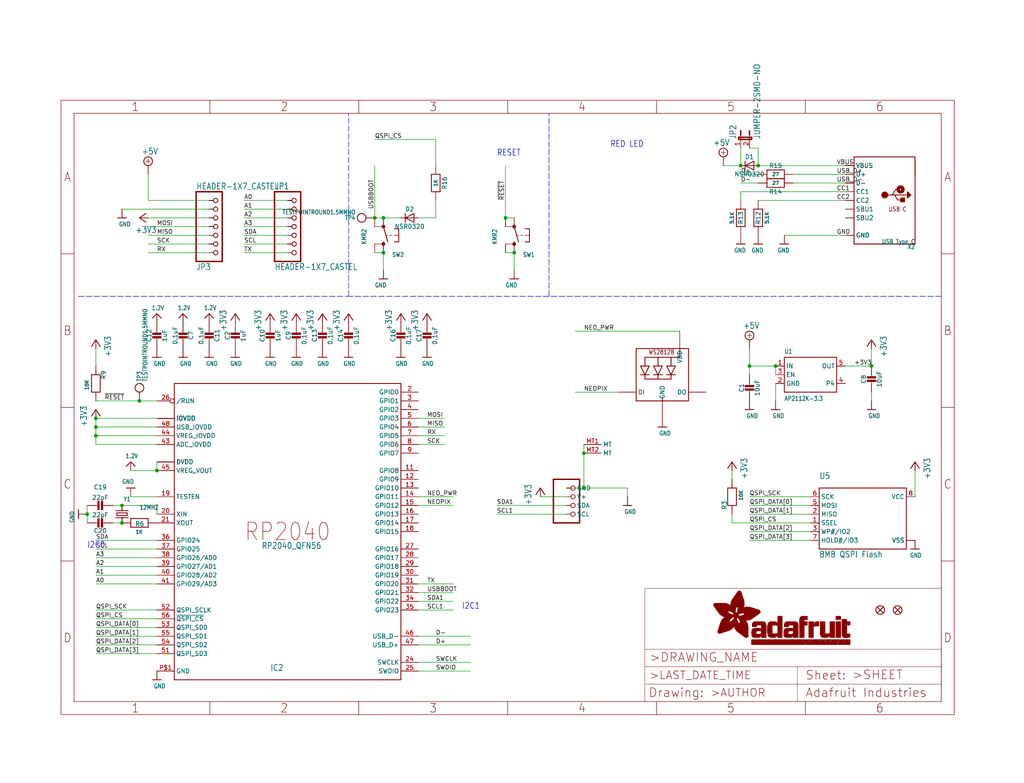
<source format=kicad_sch>
(kicad_sch (version 20211123) (generator eeschema)
  (paper "User" 298.45 228.168)
  (lib_symbols
    (symbol "eagleSchem-eagle-import:+3V3" (power)
      (property "Value" "+3V3" (at -2.54 -5.08 90))
      (symbol "+3V3_1_0"
        (pin power_in line (at 0 -2.54 90) (length 2.54) (name "+3V3") (number "1"))
      )
    )
    (symbol "eagleSchem-eagle-import:+5V" (power)
      (property "Value" "+5V" (at -1.905 3.175 0))
      (symbol "+5V_1_0"
        (pin power_in line (at 0 -2.54 90) (length 2.54) (name "+5V") (number "1"))
      )
    )
    (symbol "eagleSchem-eagle-import:1.2V" (power)
      (property "Value" "1.2V" (at -1.524 1.016 0))
      (symbol "1.2V_1_0"
        (pin power_in line (at 0 -2.54 90) (length 2.54) (name "1.2V") (number "1"))
      )
    )
    (symbol "eagleSchem-eagle-import:CAP_CERAMIC0603_NO"
      (property "Reference" "C" (at -2.29 1.25 90))
      (property "Value" "CAP_CERAMIC0603_NO" (at 2.3 1.25 90))
      (symbol "CAP_CERAMIC0603_NO_1_0"
        (pin passive line (at 0 5.08 270) (length 2.54) (name "1") (number "1"))
        (pin passive line (at 0 -2.54 90) (length 2.54) (name "2") (number "2"))
      )
    )
    (symbol "eagleSchem-eagle-import:CAP_CERAMIC0805-NOOUTLINE"
      (property "Reference" "C" (at -2.29 1.25 90))
      (property "Value" "CAP_CERAMIC0805-NOOUTLINE" (at 2.3 1.25 90))
      (symbol "CAP_CERAMIC0805-NOOUTLINE_1_0"
        (pin passive line (at 0 5.08 270) (length 2.54) (name "1") (number "1"))
        (pin passive line (at 0 -2.54 90) (length 2.54) (name "2") (number "2"))
      )
    )
    (symbol "eagleSchem-eagle-import:CAP_CERAMIC_0402NO"
      (property "Reference" "C" (at -2.29 1.25 90))
      (property "Value" "CAP_CERAMIC_0402NO" (at 2.3 1.25 90))
      (symbol "CAP_CERAMIC_0402NO_1_0"
        (pin passive line (at 0 5.08 270) (length 2.54) (name "1") (number "1"))
        (pin passive line (at 0 -2.54 90) (length 2.54) (name "2") (number "2"))
      )
    )
    (symbol "eagleSchem-eagle-import:CRYSTAL2.5X2.0"
      (property "Reference" "Y" (at -2.54 2.54 0))
      (property "Value" "CRYSTAL2.5X2.0" (at -2.54 -3.81 0))
      (symbol "CRYSTAL2.5X2.0_1_0"
        (pin passive line (at -2.54 0 0) (length 0) (name "1") (number "1"))
        (pin passive line (at 2.54 0 180) (length 0) (name "2") (number "3"))
      )
    )
    (symbol "eagleSchem-eagle-import:DIODE_SOD323MINI"
      (property "Reference" "D" (at 0 2.54 0))
      (property "Value" "DIODE_SOD323MINI" (at 0 -2.5 0))
      (symbol "DIODE_SOD323MINI_1_0"
        (pin passive line (at -2.54 0 0) (length 2.54) (name "A") (number "A"))
        (pin passive line (at 2.54 0 180) (length 2.54) (name "C") (number "C"))
      )
    )
    (symbol "eagleSchem-eagle-import:FIDUCIAL_1MM")
    (symbol "eagleSchem-eagle-import:FRAME_A4_ADAFRUIT"
      (symbol "FRAME_A4_ADAFRUIT_0_0"
        (text "1" (at 21.6958 1.905 0) (effects (font (size 2.54 2.286))))
        (text "1" (at 21.6958 177.165 0) (effects (font (size 2.54 2.286))))
        (text "2" (at 65.0875 1.905 0) (effects (font (size 2.54 2.286))))
        (text "2" (at 65.0875 177.165 0) (effects (font (size 2.54 2.286))))
        (text "3" (at 108.4792 1.905 0) (effects (font (size 2.54 2.286))))
        (text "3" (at 108.4792 177.165 0) (effects (font (size 2.54 2.286))))
        (text "4" (at 151.8708 1.905 0) (effects (font (size 2.54 2.286))))
        (text "4" (at 151.8708 177.165 0) (effects (font (size 2.54 2.286))))
        (text "5" (at 195.2625 1.905 0) (effects (font (size 2.54 2.286))))
        (text "5" (at 195.2625 177.165 0) (effects (font (size 2.54 2.286))))
        (text "6" (at 238.6542 1.905 0) (effects (font (size 2.54 2.286))))
        (text "6" (at 238.6542 177.165 0) (effects (font (size 2.54 2.286))))
        (text "A" (at 1.905 156.6863 0) (effects (font (size 2.54 2.286))))
        (text "A" (at 258.445 156.6863 0) (effects (font (size 2.54 2.286))))
        (text "B" (at 1.905 111.9188 0) (effects (font (size 2.54 2.286))))
        (text "B" (at 258.445 111.9188 0) (effects (font (size 2.54 2.286))))
        (text "C" (at 1.905 67.1513 0) (effects (font (size 2.54 2.286))))
        (text "C" (at 258.445 67.1513 0) (effects (font (size 2.54 2.286))))
        (text "D" (at 1.905 22.3838 0) (effects (font (size 2.54 2.286))))
        (text "D" (at 258.445 22.3838 0) (effects (font (size 2.54 2.286))))
      )
      (symbol "FRAME_A4_ADAFRUIT_1_0"
        (text ">AUTHOR" (at 189.23 5.08 0) (effects (font (size 2.286 2.286)) (justify left bottom)))
        (text ">DRAWING_NAME" (at 171.45 15.24 0) (effects (font (size 2.54 2.54)) (justify left bottom)))
        (text ">LAST_DATE_TIME" (at 171.45 10.16 0) (effects (font (size 2.286 2.286)) (justify left bottom)))
        (text ">SHEET" (at 230.505 10.16 0) (effects (font (size 2.54 2.54)) (justify left bottom)))
        (text "Adafruit Industries" (at 216.916 4.953 0) (effects (font (size 2.54 2.54)) (justify left bottom)))
        (text "Drawing:" (at 171.196 4.953 0) (effects (font (size 2.54 2.54)) (justify left bottom)))
        (text "Sheet:" (at 216.916 10.033 0) (effects (font (size 2.54 2.54)) (justify left bottom)))
      )
    )
    (symbol "eagleSchem-eagle-import:GND" (power)
      (property "Value" "GND" (at -1.524 -2.54 0))
      (symbol "GND_1_0"
        (pin power_in line (at 0 2.54 270) (length 2.54) (name "GND") (number "1"))
      )
    )
    (symbol "eagleSchem-eagle-import:HEADER-1X7_CASTEL"
      (property "Reference" "JP" (at -6.35 10.795 0))
      (property "Value" "HEADER-1X7_CASTEL" (at -6.35 -12.7 0))
      (symbol "HEADER-1X7_CASTEL_1_0"
        (pin passive inverted (at -2.54 7.62 0) (length 2.54) (name "1") (number "1"))
        (pin passive inverted (at -2.54 7.62 0) (length 2.54) (name "1") (number "1C"))
        (pin passive inverted (at -2.54 5.08 0) (length 2.54) (name "2") (number "2"))
        (pin passive inverted (at -2.54 5.08 0) (length 2.54) (name "2") (number "2C"))
        (pin passive inverted (at -2.54 2.54 0) (length 2.54) (name "3") (number "3"))
        (pin passive inverted (at -2.54 2.54 0) (length 2.54) (name "3") (number "3C"))
        (pin passive inverted (at -2.54 0 0) (length 2.54) (name "4") (number "4"))
        (pin passive inverted (at -2.54 0 0) (length 2.54) (name "4") (number "4C"))
        (pin passive inverted (at -2.54 -2.54 0) (length 2.54) (name "5") (number "5"))
        (pin passive inverted (at -2.54 -2.54 0) (length 2.54) (name "5") (number "5C"))
        (pin passive inverted (at -2.54 -5.08 0) (length 2.54) (name "6") (number "6"))
        (pin passive inverted (at -2.54 -5.08 0) (length 2.54) (name "6") (number "6C"))
        (pin passive inverted (at -2.54 -7.62 0) (length 2.54) (name "7") (number "7"))
        (pin passive inverted (at -2.54 -7.62 0) (length 2.54) (name "7") (number "7C"))
      )
    )
    (symbol "eagleSchem-eagle-import:JUMPER-2SMD-NO"
      (property "Reference" "JP" (at -1.27 0 90))
      (property "Value" "JUMPER-2SMD-NO" (at 5.715 0 90))
      (symbol "JUMPER-2SMD-NO_1_0"
        (pin passive line (at 0 -2.54 90) (length 2.54) (name "1") (number "1"))
        (pin passive line (at 2.54 -2.54 90) (length 2.54) (name "2") (number "2"))
      )
    )
    (symbol "eagleSchem-eagle-import:RESISTOR_0402NO"
      (property "Reference" "R" (at 0 2.54 0))
      (property "Value" "RESISTOR_0402NO" (at 0 0 0))
      (symbol "RESISTOR_0402NO_1_0"
        (pin passive line (at -5.08 0 0) (length 2.54) (name "1") (number "1"))
        (pin passive line (at 5.08 0 180) (length 2.54) (name "2") (number "2"))
      )
    )
    (symbol "eagleSchem-eagle-import:RP2040_QFN56"
      (property "Reference" "IC" (at -5.08 -40.64 0))
      (property "Value" "RP2040_QFN56" (at -27.94 45.72 0))
      (symbol "RP2040_QFN56_1_0"
        (text "RP2040" (at 0 0 0) (effects (font (size 5.08 4.318))))
        (pin power_in line (at -38.1 33.02 0) (length 5.08) (name "IOVDD") (number "1"))
        (pin power_in line (at -38.1 33.02 0) (length 5.08) (name "IOVDD") (number "10"))
        (pin bidirectional line (at 38.1 17.78 180) (length 5.08) (name "GPIO8") (number "11"))
        (pin bidirectional line (at 38.1 15.24 180) (length 5.08) (name "GPIO9") (number "12"))
        (pin bidirectional line (at 38.1 12.7 180) (length 5.08) (name "GPIO10") (number "13"))
        (pin bidirectional line (at 38.1 10.16 180) (length 5.08) (name "GPIO11") (number "14"))
        (pin bidirectional line (at 38.1 7.62 180) (length 5.08) (name "GPIO12") (number "15"))
        (pin bidirectional line (at 38.1 5.08 180) (length 5.08) (name "GPIO13") (number "16"))
        (pin bidirectional line (at 38.1 2.54 180) (length 5.08) (name "GPIO14") (number "17"))
        (pin bidirectional line (at 38.1 0 180) (length 5.08) (name "GPIO15") (number "18"))
        (pin input line (at -38.1 10.16 0) (length 5.08) (name "TESTEN") (number "19"))
        (pin bidirectional line (at 38.1 40.64 180) (length 5.08) (name "GPIO0") (number "2"))
        (pin input line (at -38.1 5.08 0) (length 5.08) (name "XIN") (number "20"))
        (pin output line (at -38.1 2.54 0) (length 5.08) (name "XOUT") (number "21"))
        (pin power_in line (at -38.1 33.02 0) (length 5.08) (name "IOVDD") (number "22"))
        (pin power_in line (at -38.1 20.32 0) (length 5.08) (name "DVDD") (number "23"))
        (pin bidirectional line (at 38.1 -38.1 180) (length 5.08) (name "SWCLK") (number "24"))
        (pin bidirectional line (at 38.1 -40.64 180) (length 5.08) (name "SWDIO") (number "25"))
        (pin bidirectional inverted (at -38.1 38.1 0) (length 5.08) (name "/RUN") (number "26"))
        (pin bidirectional line (at 38.1 -5.08 180) (length 5.08) (name "GPIO16") (number "27"))
        (pin bidirectional line (at 38.1 -7.62 180) (length 5.08) (name "GPIO17") (number "28"))
        (pin bidirectional line (at 38.1 -10.16 180) (length 5.08) (name "GPIO18") (number "29"))
        (pin bidirectional line (at 38.1 38.1 180) (length 5.08) (name "GPIO1") (number "3"))
        (pin bidirectional line (at 38.1 -12.7 180) (length 5.08) (name "GPIO19") (number "30"))
        (pin bidirectional line (at 38.1 -15.24 180) (length 5.08) (name "GPIO20") (number "31"))
        (pin bidirectional line (at 38.1 -17.78 180) (length 5.08) (name "GPIO21") (number "32"))
        (pin power_in line (at -38.1 33.02 0) (length 5.08) (name "IOVDD") (number "33"))
        (pin bidirectional line (at 38.1 -20.32 180) (length 5.08) (name "GPIO22") (number "34"))
        (pin bidirectional line (at 38.1 -22.86 180) (length 5.08) (name "GPIO23") (number "35"))
        (pin bidirectional line (at -38.1 -2.54 0) (length 5.08) (name "GPIO24") (number "36"))
        (pin bidirectional line (at -38.1 -5.08 0) (length 5.08) (name "GPIO25") (number "37"))
        (pin bidirectional line (at -38.1 -7.62 0) (length 5.08) (name "GPIO26/AD0") (number "38"))
        (pin bidirectional line (at -38.1 -10.16 0) (length 5.08) (name "GPIO27/AD1") (number "39"))
        (pin bidirectional line (at 38.1 35.56 180) (length 5.08) (name "GPIO2") (number "4"))
        (pin bidirectional line (at -38.1 -12.7 0) (length 5.08) (name "GPIO28/AD2") (number "40"))
        (pin bidirectional line (at -38.1 -15.24 0) (length 5.08) (name "GPIO29/AD3") (number "41"))
        (pin power_in line (at -38.1 33.02 0) (length 5.08) (name "IOVDD") (number "42"))
        (pin power_in line (at -38.1 25.4 0) (length 5.08) (name "ADC_IOVDD") (number "43"))
        (pin power_in line (at -38.1 27.94 0) (length 5.08) (name "VREG_IOVDD") (number "44"))
        (pin power_in line (at -38.1 17.78 0) (length 5.08) (name "VREG_VOUT") (number "45"))
        (pin bidirectional line (at 38.1 -30.48 180) (length 5.08) (name "USB_D-") (number "46"))
        (pin bidirectional line (at 38.1 -33.02 180) (length 5.08) (name "USB_D+") (number "47"))
        (pin power_in line (at -38.1 30.48 0) (length 5.08) (name "USB_IOVDD") (number "48"))
        (pin power_in line (at -38.1 33.02 0) (length 5.08) (name "IOVDD") (number "49"))
        (pin bidirectional line (at 38.1 33.02 180) (length 5.08) (name "GPIO3") (number "5"))
        (pin power_in line (at -38.1 20.32 0) (length 5.08) (name "DVDD") (number "50"))
        (pin bidirectional line (at -38.1 -35.56 0) (length 5.08) (name "QSPI_SD3") (number "51"))
        (pin bidirectional line (at -38.1 -22.86 0) (length 5.08) (name "QSPI_SCLK") (number "52"))
        (pin bidirectional line (at -38.1 -27.94 0) (length 5.08) (name "QSPI_SD0") (number "53"))
        (pin bidirectional line (at -38.1 -33.02 0) (length 5.08) (name "QSPI_SD2") (number "54"))
        (pin bidirectional line (at -38.1 -30.48 0) (length 5.08) (name "QSPI_SD1") (number "55"))
        (pin bidirectional line (at -38.1 -25.4 0) (length 5.08) (name "~{QSPI_CS}") (number "56"))
        (pin bidirectional line (at 38.1 30.48 180) (length 5.08) (name "GPIO4") (number "6"))
        (pin bidirectional line (at 38.1 27.94 180) (length 5.08) (name "GPIO5") (number "7"))
        (pin bidirectional line (at 38.1 25.4 180) (length 5.08) (name "GPIO6") (number "8"))
        (pin bidirectional line (at 38.1 22.86 180) (length 5.08) (name "GPIO7") (number "9"))
        (pin power_in line (at -38.1 -40.64 0) (length 5.08) (name "GND") (number "P$1"))
      )
    )
    (symbol "eagleSchem-eagle-import:SPIFLASH_8PIN_4X4"
      (property "Reference" "U" (at -12.7 12.7 0))
      (property "Value" "SPIFLASH_8PIN_4X4" (at -12.7 -10.16 0))
      (symbol "SPIFLASH_8PIN_4X4_1_0"
        (pin bidirectional line (at -15.24 0 0) (length 2.54) (name "SSEL") (number "1"))
        (pin bidirectional line (at -15.24 2.54 0) (length 2.54) (name "MISO") (number "2"))
        (pin bidirectional line (at -15.24 -2.54 0) (length 2.54) (name "WP#/IO2") (number "3"))
        (pin bidirectional line (at 15.24 -5.08 180) (length 2.54) (name "VSS") (number "4"))
        (pin bidirectional line (at -15.24 5.08 0) (length 2.54) (name "MOSI") (number "5"))
        (pin bidirectional line (at -15.24 7.62 0) (length 2.54) (name "SCK") (number "6"))
        (pin bidirectional line (at -15.24 -5.08 0) (length 2.54) (name "HOLD#/IO3") (number "7"))
        (pin bidirectional line (at 15.24 7.62 180) (length 2.54) (name "VCC") (number "8"))
        (pin bidirectional line (at 15.24 -5.08 180) (length 2.54) (name "VSS") (number "PAD"))
      )
    )
    (symbol "eagleSchem-eagle-import:STEMMA_I2C_QTSKINNY"
      (symbol "STEMMA_I2C_QTSKINNY_1_0"
        (pin passive inverted (at 0 5.08 0) (length 2.54) (name "GND") (number "1"))
        (pin passive inverted (at 0 2.54 0) (length 2.54) (name "V+") (number "2"))
        (pin passive inverted (at 0 0 0) (length 2.54) (name "SDA") (number "3"))
        (pin passive inverted (at 0 -2.54 0) (length 2.54) (name "SCL") (number "4"))
      )
      (symbol "STEMMA_I2C_QTSKINNY_2_0"
        (pin bidirectional line (at 0 0 0) (length 5.08) (name "MT") (number "MT1"))
      )
      (symbol "STEMMA_I2C_QTSKINNY_3_0"
        (pin bidirectional line (at 0 0 0) (length 5.08) (name "MT") (number "MT2"))
      )
    )
    (symbol "eagleSchem-eagle-import:SWITCH_TACT_SMT4.6X2.8"
      (property "Reference" "SW" (at -2.54 6.35 0))
      (property "Value" "SWITCH_TACT_SMT4.6X2.8" (at -2.54 -5.08 0))
      (symbol "SWITCH_TACT_SMT4.6X2.8_1_0"
        (pin passive line (at -5.08 0 0) (length 2.54) (name "P") (number "A"))
        (pin passive line (at -5.08 -2.54 0) (length 2.54) (name "P1") (number "A'"))
        (pin passive line (at 5.08 0 180) (length 2.54) (name "S") (number "B"))
        (pin passive line (at 5.08 -2.54 180) (length 2.54) (name "S1") (number "B'"))
      )
    )
    (symbol "eagleSchem-eagle-import:TESTPOINTROUND1.5MMNO"
      (property "Reference" "TP" (at 0 5.588 90))
      (property "Value" "TESTPOINTROUND1.5MMNO" (at 1.651 5.588 90))
      (symbol "TESTPOINTROUND1.5MMNO_1_0"
        (pin bidirectional line (at 0 0 90) (length 2.54) (name "P$1") (number "P$1"))
      )
    )
    (symbol "eagleSchem-eagle-import:USB_C"
      (property "Reference" "X" (at -10.16 13.716 0))
      (property "Value" "USB_C" (at -10.16 -15.24 0))
      (symbol "USB_C_1_0"
        (text "USB C" (at -5.08 -2.54 0) (effects (font (size 1.27 1.0795))))
        (pin power_in line (at 10.16 -10.16 180) (length 2.54) (name "GND") (number "A1B12"))
        (pin power_in line (at 10.16 10.16 180) (length 2.54) (name "VBUS") (number "A4B9"))
        (pin bidirectional line (at 10.16 2.54 180) (length 2.54) (name "CC1") (number "A5"))
        (pin bidirectional line (at 10.16 7.62 180) (length 2.54) (name "D+") (number "A6"))
        (pin bidirectional line (at 10.16 5.08 180) (length 2.54) (name "D-") (number "A7"))
        (pin bidirectional line (at 10.16 -2.54 180) (length 2.54) (name "SBU1") (number "A8"))
        (pin power_in line (at 10.16 -10.16 180) (length 2.54) (name "GND") (number "B1A12"))
        (pin power_in line (at 10.16 10.16 180) (length 2.54) (name "VBUS") (number "B4A9"))
        (pin bidirectional line (at 10.16 0 180) (length 2.54) (name "CC2") (number "B5"))
        (pin bidirectional line (at 10.16 7.62 180) (length 2.54) (name "D+") (number "B6"))
        (pin bidirectional line (at 10.16 5.08 180) (length 2.54) (name "D-") (number "B7"))
        (pin bidirectional line (at 10.16 -5.08 180) (length 2.54) (name "SBU2") (number "B8"))
      )
    )
    (symbol "eagleSchem-eagle-import:VREG_SOT23-5"
      (property "Reference" "U" (at -7.62 6.096 0))
      (property "Value" "VREG_SOT23-5" (at -7.62 -7.62 0))
      (symbol "VREG_SOT23-5_1_0"
        (pin power_in line (at -10.16 2.54 0) (length 2.54) (name "IN") (number "1"))
        (pin power_in line (at -10.16 -2.54 0) (length 2.54) (name "GND") (number "2"))
        (pin input line (at -10.16 0 0) (length 2.54) (name "EN") (number "3"))
        (pin bidirectional line (at 10.16 -2.54 180) (length 2.54) (name "P4") (number "4"))
        (pin power_in line (at 10.16 2.54 180) (length 2.54) (name "OUT") (number "5"))
      )
    )
    (symbol "eagleSchem-eagle-import:WS2812B_SK6805_1515"
      (symbol "WS2812B_SK6805_1515_1_0"
        (text "WS2812B" (at -4.064 8.382 0) (effects (font (size 1.27 1.0795)) (justify left bottom)))
        (pin input line (at -12.7 -2.54 0) (length 5.08) (name "DI") (number "1"))
        (pin power_in line (at 5.08 15.24 270) (length 5.08) (name "VDD") (number "2"))
        (pin output line (at 12.7 -2.54 180) (length 5.08) (name "DO") (number "3"))
        (pin power_in line (at 0 -10.16 90) (length 5.08) (name "GND") (number "4"))
      )
    )
  )
  (junction (at 147.32 63.5))
  (junction (at 25.4 149.86))
  (junction (at 27.94 127))
  (junction (at 170.18 132.08))
  (junction (at 226.06 106.68))
  (junction (at 220.98 48.26))
  (junction (at 218.44 106.68))
  (junction (at 215.9 48.26))
  (junction (at 27.94 124.46))
  (junction (at 35.56 147.32))
  (junction (at 45.72 137.16))
  (junction (at 170.18 142.24))
  (junction (at 109.22 63.5))
  (junction (at 149.86 73.66))
  (junction (at 254 106.68))
  (junction (at 111.76 63.5))
  (junction (at 40.64 116.84))
  (junction (at 35.56 152.4))
  (junction (at 27.94 121.92))
  (junction (at 111.76 73.66))
  (wire (pts (xy 71.12 68.58) (xy 83.82 68.58)))
  (wire (pts (xy 246.38 58.42) (xy 220.98 58.42)))
  (wire (pts (xy 83.82 71.12) (xy 71.12 71.12)))
  (wire (pts (xy 60.96 71.12) (xy 43.18 71.12)))
  (wire (pts (xy 109.22 63.5) (xy 109.22 48.26)))
  (wire (pts (xy 121.92 175.26) (xy 132.08 175.26)))
  (wire (pts (xy 121.92 121.92) (xy 129.54 121.92)))
  (wire (pts (xy 25.4 149.86) (xy 25.4 147.32)))
  (wire (pts (xy 215.9 53.34) (xy 220.98 53.34)))
  (wire (pts (xy 218.44 101.6) (xy 218.44 106.68)))
  (wire (pts (xy 213.36 152.4) (xy 236.22 152.4)))
  (wire (pts (xy 33.02 152.4) (xy 35.56 152.4)))
  (wire (pts (xy 218.44 43.18) (xy 220.98 43.18)))
  (wire (pts (xy 27.94 182.88) (xy 45.72 182.88)))
  (wire (pts (xy 45.72 180.34) (xy 27.94 180.34)))
  (wire (pts (xy 27.94 165.1) (xy 45.72 165.1)))
  (wire (pts (xy 27.94 187.96) (xy 45.72 187.96)))
  (wire (pts (xy 60.96 73.66) (xy 43.18 73.66)))
  (wire (pts (xy 218.44 106.68) (xy 226.06 106.68)))
  (polyline (pts (xy 22.86 86.36) (xy 101.6 86.36)))
  (wire (pts (xy 27.94 170.18) (xy 45.72 170.18)))
  (wire (pts (xy 231.14 53.34) (xy 246.38 53.34)))
  (wire (pts (xy 127 40.64) (xy 109.22 40.64)))
  (wire (pts (xy 27.94 185.42) (xy 45.72 185.42)))
  (wire (pts (xy 60.96 68.58) (xy 43.18 68.58)))
  (wire (pts (xy 27.94 190.5) (xy 45.72 190.5)))
  (wire (pts (xy 213.36 137.16) (xy 213.36 139.7)))
  (wire (pts (xy 149.86 73.66) (xy 149.86 78.74)))
  (wire (pts (xy 27.94 129.54) (xy 27.94 127)))
  (wire (pts (xy 25.4 152.4) (xy 25.4 149.86)))
  (wire (pts (xy 218.44 109.22) (xy 218.44 106.68)))
  (wire (pts (xy 27.94 160.02) (xy 45.72 160.02)))
  (wire (pts (xy 246.38 55.88) (xy 215.9 55.88)))
  (wire (pts (xy 213.36 149.86) (xy 213.36 152.4)))
  (wire (pts (xy 45.72 147.32) (xy 45.72 149.86)))
  (wire (pts (xy 60.96 58.42) (xy 43.18 58.42)))
  (wire (pts (xy 254 101.6) (xy 254 106.68)))
  (wire (pts (xy 266.7 137.16) (xy 266.7 144.78)))
  (wire (pts (xy 198.12 96.52) (xy 167.64 96.52)))
  (wire (pts (xy 45.72 134.62) (xy 45.72 137.16)))
  (wire (pts (xy 45.72 144.78) (xy 38.1 144.78)))
  (wire (pts (xy 236.22 154.94) (xy 218.44 154.94)))
  (wire (pts (xy 165.1 149.86) (xy 144.78 149.86)))
  (wire (pts (xy 45.72 177.8) (xy 27.94 177.8)))
  (wire (pts (xy 40.64 116.84) (xy 27.94 116.84)))
  (wire (pts (xy 170.18 129.54) (xy 170.18 132.08)))
  (wire (pts (xy 220.98 43.18) (xy 220.98 48.26)))
  (wire (pts (xy 121.92 170.18) (xy 132.08 170.18)))
  (wire (pts (xy 236.22 144.78) (xy 218.44 144.78)))
  (wire (pts (xy 109.22 73.66) (xy 111.76 73.66)))
  (wire (pts (xy 165.1 147.32) (xy 144.78 147.32)))
  (wire (pts (xy 71.12 63.5) (xy 83.82 63.5)))
  (wire (pts (xy 254 116.84) (xy 254 114.3)))
  (wire (pts (xy 165.1 144.78) (xy 157.48 144.78)))
  (wire (pts (xy 246.38 106.68) (xy 254 106.68)))
  (wire (pts (xy 121.92 144.78) (xy 132.08 144.78)))
  (wire (pts (xy 27.94 124.46) (xy 27.94 121.92)))
  (wire (pts (xy 83.82 73.66) (xy 71.12 73.66)))
  (wire (pts (xy 121.92 129.54) (xy 129.54 129.54)))
  (wire (pts (xy 121.92 124.46) (xy 129.54 124.46)))
  (wire (pts (xy 121.92 63.5) (xy 127 63.5)))
  (wire (pts (xy 45.72 167.64) (xy 27.94 167.64)))
  (wire (pts (xy 180.34 114.3) (xy 167.64 114.3)))
  (wire (pts (xy 228.6 68.58) (xy 246.38 68.58)))
  (wire (pts (xy 236.22 149.86) (xy 218.44 149.86)))
  (wire (pts (xy 111.76 63.5) (xy 116.84 63.5)))
  (wire (pts (xy 218.44 147.32) (xy 236.22 147.32)))
  (wire (pts (xy 60.96 60.96) (xy 35.56 60.96)))
  (wire (pts (xy 121.92 127) (xy 129.54 127)))
  (polyline (pts (xy 274.32 86.36) (xy 160.02 86.36)))
  (polyline (pts (xy 160.02 86.36) (xy 101.6 86.36)))
  (wire (pts (xy 137.16 193.04) (xy 121.92 193.04)))
  (wire (pts (xy 71.12 58.42) (xy 83.82 58.42)))
  (wire (pts (xy 127 48.26) (xy 127 40.64)))
  (wire (pts (xy 27.94 101.6) (xy 27.94 106.68)))
  (wire (pts (xy 111.76 63.5) (xy 109.22 63.5)))
  (wire (pts (xy 132.08 177.8) (xy 121.92 177.8)))
  (wire (pts (xy 45.72 116.84) (xy 40.64 116.84)))
  (wire (pts (xy 170.18 132.08) (xy 170.18 142.24)))
  (wire (pts (xy 121.92 185.42) (xy 137.16 185.42)))
  (wire (pts (xy 27.94 127) (xy 27.94 124.46)))
  (wire (pts (xy 121.92 195.58) (xy 137.16 195.58)))
  (polyline (pts (xy 101.6 86.36) (xy 101.6 33.02)))
  (wire (pts (xy 218.44 157.48) (xy 236.22 157.48)))
  (wire (pts (xy 149.86 63.5) (xy 147.32 63.5)))
  (wire (pts (xy 35.56 147.32) (xy 33.02 147.32)))
  (wire (pts (xy 111.76 73.66) (xy 111.76 78.74)))
  (wire (pts (xy 45.72 121.92) (xy 27.94 121.92)))
  (wire (pts (xy 35.56 147.32) (xy 45.72 147.32)))
  (wire (pts (xy 60.96 63.5) (xy 43.18 63.5)))
  (wire (pts (xy 127 63.5) (xy 127 58.42)))
  (wire (pts (xy 215.9 48.26) (xy 210.82 48.26)))
  (wire (pts (xy 220.98 50.8) (xy 215.9 50.8)))
  (wire (pts (xy 182.88 142.24) (xy 182.88 144.78)))
  (wire (pts (xy 226.06 111.76) (xy 226.06 116.84)))
  (wire (pts (xy 121.92 187.96) (xy 137.16 187.96)))
  (wire (pts (xy 147.32 73.66) (xy 149.86 73.66)))
  (wire (pts (xy 45.72 162.56) (xy 27.94 162.56)))
  (wire (pts (xy 83.82 60.96) (xy 71.12 60.96)))
  (wire (pts (xy 45.72 124.46) (xy 27.94 124.46)))
  (wire (pts (xy 226.06 109.22) (xy 226.06 106.68)))
  (wire (pts (xy 165.1 142.24) (xy 170.18 142.24)))
  (wire (pts (xy 60.96 66.04) (xy 43.18 66.04)))
  (wire (pts (xy 45.72 129.54) (xy 27.94 129.54)))
  (wire (pts (xy 121.92 172.72) (xy 132.08 172.72)))
  (wire (pts (xy 83.82 66.04) (xy 71.12 66.04)))
  (wire (pts (xy 147.32 63.5) (xy 147.32 48.26)))
  (wire (pts (xy 43.18 58.42) (xy 43.18 50.8)))
  (wire (pts (xy 45.72 127) (xy 27.94 127)))
  (wire (pts (xy 170.18 142.24) (xy 182.88 142.24)))
  (polyline (pts (xy 160.02 86.36) (xy 160.02 33.02)))
  (wire (pts (xy 38.1 137.16) (xy 45.72 137.16)))
  (wire (pts (xy 246.38 50.8) (xy 231.14 50.8)))
  (wire (pts (xy 215.9 48.26) (xy 215.9 43.18)))
  (wire (pts (xy 45.72 157.48) (xy 27.94 157.48)))
  (wire (pts (xy 121.92 147.32) (xy 132.08 147.32)))
  (wire (pts (xy 220.98 48.26) (xy 246.38 48.26)))
  (wire (pts (xy 215.9 55.88) (xy 215.9 58.42)))
  (text "RED LED" (at 177.8 43.18 180) (effects (font (size 1.778 1.5113)) (justify left bottom)))
  (text "RESET" (at 144.78 45.72 180) (effects (font (size 1.778 1.5113)) (justify left bottom)))
  (text "I2C1" (at 134.62 177.8 180) (effects (font (size 1.778 1.5113)) (justify left bottom)))
  (text "I2C0" (at 25.4 160.02 180) (effects (font (size 1.778 1.5113)) (justify left bottom)))
  (label "USBBOOT" (at 109.22 60.96 90) (effects (font (size 1.2446 1.2446))))
  (label "D+" (at 215.9 50.8 0) (effects (font (size 1.2446 1.2446))))
  (label "MISO" (at 45.72 68.58 0) (effects (font (size 1.2446 1.2446))))
  (label "NEO_PWR" (at 170.18 96.52 0) (effects (font (size 1.2446 1.2446))))
  (label "SCK" (at 124.46 129.54 0) (effects (font (size 1.2446 1.2446))))
  (label "QSPI_DATA[1]" (at 27.94 185.42 0) (effects (font (size 1.2446 1.2446))))
  (label "A3" (at 27.94 162.56 0) (effects (font (size 1.2446 1.2446))))
  (label "QSPI_CS" (at 109.22 40.64 0) (effects (font (size 1.2446 1.2446))))
  (label "TX" (at 124.46 170.18 0) (effects (font (size 1.2446 1.2446))))
  (label "QSPI_DATA[1]" (at 218.44 149.86 0) (effects (font (size 1.2446 1.2446))))
  (label "SCL" (at 27.94 160.02 0) (effects (font (size 1.2446 1.2446))))
  (label "MOSI" (at 124.46 121.92 0) (effects (font (size 1.2446 1.2446))))
  (label "VBUS" (at 243.84 48.26 0) (effects (font (size 1.2446 1.2446))))
  (label "NEO_PWR" (at 124.46 144.78 0) (effects (font (size 1.2446 1.2446))))
  (label "SCL" (at 71.12 71.12 0) (effects (font (size 1.2446 1.2446))))
  (label "QSPI_DATA[2]" (at 218.44 154.94 0) (effects (font (size 1.2446 1.2446))))
  (label "A1" (at 71.12 60.96 0) (effects (font (size 1.2446 1.2446))))
  (label "A0" (at 27.94 170.18 0) (effects (font (size 1.2446 1.2446))))
  (label "SWCLK" (at 127 193.04 0) (effects (font (size 1.2446 1.2446))))
  (label "QSPI_DATA[0]" (at 218.44 147.32 0) (effects (font (size 1.2446 1.2446))))
  (label "A2" (at 27.94 165.1 0) (effects (font (size 1.2446 1.2446))))
  (label "A3" (at 71.12 66.04 0) (effects (font (size 1.2446 1.2446))))
  (label "TX" (at 71.12 73.66 0) (effects (font (size 1.2446 1.2446))))
  (label "~{RESET}" (at 147.32 58.42 90) (effects (font (size 1.2446 1.2446))))
  (label "MISO" (at 124.46 124.46 0) (effects (font (size 1.2446 1.2446))))
  (label "USB_D+" (at 243.84 50.8 0) (effects (font (size 1.2446 1.2446))))
  (label "D-" (at 215.9 53.34 0) (effects (font (size 1.2446 1.2446))))
  (label "QSPI_CS" (at 27.94 180.34 0) (effects (font (size 1.2446 1.2446))))
  (label "SDA1" (at 124.46 175.26 0) (effects (font (size 1.2446 1.2446))))
  (label "+3V3" (at 248.92 106.68 0) (effects (font (size 1.2446 1.2446))))
  (label "A0" (at 71.12 58.42 0) (effects (font (size 1.2446 1.2446))))
  (label "QSPI_DATA[0]" (at 27.94 182.88 0) (effects (font (size 1.2446 1.2446))))
  (label "SCL1" (at 144.78 149.86 0) (effects (font (size 1.2446 1.2446))))
  (label "MOSI" (at 45.72 66.04 0) (effects (font (size 1.2446 1.2446))))
  (label "SCK" (at 45.72 71.12 0) (effects (font (size 1.2446 1.2446))))
  (label "SDA1" (at 144.78 147.32 0) (effects (font (size 1.2446 1.2446))))
  (label "NEOPIX" (at 124.46 147.32 0) (effects (font (size 1.2446 1.2446))))
  (label "D+" (at 127 187.96 0) (effects (font (size 1.2446 1.2446))))
  (label "USBBOOT" (at 124.46 172.72 0) (effects (font (size 1.2446 1.2446))))
  (label "~{RESET}" (at 30.48 116.84 0) (effects (font (size 1.2446 1.2446))))
  (label "USB_D-" (at 243.84 53.34 0) (effects (font (size 1.2446 1.2446))))
  (label "RX" (at 45.72 73.66 0) (effects (font (size 1.2446 1.2446))))
  (label "CC1" (at 243.84 55.88 0) (effects (font (size 1.2446 1.2446))))
  (label "QSPI_SCK" (at 218.44 144.78 0) (effects (font (size 1.2446 1.2446))))
  (label "D-" (at 127 185.42 0) (effects (font (size 1.2446 1.2446))))
  (label "QSPI_CS" (at 218.44 152.4 0) (effects (font (size 1.2446 1.2446))))
  (label "RX" (at 124.46 127 0) (effects (font (size 1.2446 1.2446))))
  (label "QSPI_DATA[3]" (at 218.44 157.48 0) (effects (font (size 1.2446 1.2446))))
  (label "GND" (at 243.84 68.58 0) (effects (font (size 1.2446 1.2446))))
  (label "QSPI_DATA[2]" (at 27.94 187.96 0) (effects (font (size 1.2446 1.2446))))
  (label "SCL1" (at 124.46 177.8 0) (effects (font (size 1.2446 1.2446))))
  (label "SDA" (at 71.12 68.58 0) (effects (font (size 1.2446 1.2446))))
  (label "CC2" (at 243.84 58.42 0) (effects (font (size 1.2446 1.2446))))
  (label "NEOPIX" (at 170.18 114.3 0) (effects (font (size 1.2446 1.2446))))
  (label "A1" (at 27.94 167.64 0) (effects (font (size 1.2446 1.2446))))
  (label "QSPI_DATA[3]" (at 27.94 190.5 0) (effects (font (size 1.2446 1.2446))))
  (label "SDA" (at 27.94 157.48 0) (effects (font (size 1.2446 1.2446))))
  (label "QSPI_SCK" (at 27.94 177.8 0) (effects (font (size 1.2446 1.2446))))
  (label "SWDIO" (at 127 195.58 0) (effects (font (size 1.2446 1.2446))))
  (label "A2" (at 71.12 63.5 0) (effects (font (size 1.2446 1.2446))))
  (symbol (lib_id "eagleSchem-eagle-import:+3V3") (at 78.74 91.44 0) (unit 1)
    (property "Reference" "#+3V10" (effects hide))
    (property "Value" "+3V3" (at 76.2 96.52 90) (effects (font (size 1.778 1.5113)) (justify left bottom)))
    (property "Footprint" "eagleSchem:" (effects hide))
  )
  (symbol (lib_id "eagleSchem-eagle-import:GND") (at 101.6 104.14 0) (unit 1)
    (property "Reference" "#U$50" (effects hide))
    (property "Value" "GND" (at 100.076 106.68 0) (effects (font (size 1.27 1.0795)) (justify left bottom)))
    (property "Footprint" "eagleSchem:" (effects hide))
  )
  (symbol (lib_id "eagleSchem-eagle-import:+3V3") (at 27.94 119.38 0) (unit 1)
    (property "Reference" "#+3V6" (effects hide))
    (property "Value" "+3V3" (at 25.4 124.46 90) (effects (font (size 1.778 1.5113)) (justify left bottom)))
    (property "Footprint" "eagleSchem:" (effects hide))
  )
  (symbol (lib_id "eagleSchem-eagle-import:GND") (at 124.46 104.14 0) (unit 1)
    (property "Reference" "#U$53" (effects hide))
    (property "Value" "GND" (at 122.936 106.68 0) (effects (font (size 1.27 1.0795)) (justify left bottom)))
    (property "Footprint" "eagleSchem:" (effects hide))
  )
  (symbol (lib_id "eagleSchem-eagle-import:+3V3") (at 68.58 91.44 0) (unit 1)
    (property "Reference" "#+3V7" (effects hide))
    (property "Value" "+3V3" (at 66.04 96.52 90) (effects (font (size 1.778 1.5113)) (justify left bottom)))
    (property "Footprint" "eagleSchem:" (effects hide))
  )
  (symbol (lib_id "eagleSchem-eagle-import:USB_C") (at 256.54 58.42 0) (mirror y) (unit 1)
    (property "Reference" "X2" (at 266.7 72.644 0) (effects (font (size 1.27 1.0795)) (justify left bottom)))
    (property "Value" "USB Type C" (at 266.7 71.12 0) (effects (font (size 1.27 1.0795)) (justify left bottom)))
    (property "Footprint" "eagleSchem:USB_C_CUSB31-CFM2AX-01-X" (effects hide))
  )
  (symbol (lib_id "eagleSchem-eagle-import:+3V3") (at 116.84 91.44 0) (unit 1)
    (property "Reference" "#+3V15" (effects hide))
    (property "Value" "+3V3" (at 114.3 96.52 90) (effects (font (size 1.778 1.5113)) (justify left bottom)))
    (property "Footprint" "eagleSchem:" (effects hide))
  )
  (symbol (lib_id "eagleSchem-eagle-import:+3V3") (at 213.36 134.62 0) (mirror y) (unit 1)
    (property "Reference" "#+3V8" (effects hide))
    (property "Value" "+3V3" (at 215.9 139.7 90) (effects (font (size 1.778 1.5113)) (justify left bottom)))
    (property "Footprint" "eagleSchem:" (effects hide))
  )
  (symbol (lib_id "eagleSchem-eagle-import:CRYSTAL2.5X2.0") (at 35.56 149.86 90) (unit 1)
    (property "Reference" "Y1" (at 38.1 144.78 90) (effects (font (size 1.27 1.0795)) (justify left bottom)))
    (property "Value" "12MHZ" (at 40.64 148.59 90) (effects (font (size 1.27 1.0795)) (justify right top)))
    (property "Footprint" "eagleSchem:CRYSTAL_2.5X2" (effects hide))
  )
  (symbol (lib_id "eagleSchem-eagle-import:GND") (at 53.34 104.14 0) (mirror y) (unit 1)
    (property "Reference" "#GND19" (effects hide))
    (property "Value" "GND" (at 55.88 106.68 0) (effects (font (size 1.27 1.0795)) (justify left bottom)))
    (property "Footprint" "eagleSchem:" (effects hide))
  )
  (symbol (lib_id "eagleSchem-eagle-import:RESISTOR_0402NO") (at 226.06 50.8 0) (mirror y) (unit 1)
    (property "Reference" "R15" (at 226.06 48.26 0))
    (property "Value" "27" (at 226.06 50.8 0) (effects (font (size 1.016 1.016) bold)))
    (property "Footprint" "eagleSchem:_0402NO" (effects hide))
  )
  (symbol (lib_id "eagleSchem-eagle-import:+5V") (at 218.44 99.06 0) (unit 1)
    (property "Reference" "#SUPPLY1" (effects hide))
    (property "Value" "+5V" (at 216.535 95.885 0) (effects (font (size 1.778 1.5113)) (justify left bottom)))
    (property "Footprint" "eagleSchem:" (effects hide))
  )
  (symbol (lib_id "eagleSchem-eagle-import:CAP_CERAMIC0603_NO") (at 78.74 99.06 0) (unit 1)
    (property "Reference" "C10" (at 76.45 97.81 90))
    (property "Value" "1uF" (at 81.04 97.81 90))
    (property "Footprint" "eagleSchem:0603-NO" (effects hide))
  )
  (symbol (lib_id "eagleSchem-eagle-import:SPIFLASH_8PIN_4X4") (at 251.46 152.4 0) (unit 1)
    (property "Reference" "U5" (at 238.76 139.7 0) (effects (font (size 1.778 1.5113)) (justify left bottom)))
    (property "Value" "8MB QSPI Flash" (at 238.76 162.56 0) (effects (font (size 1.778 1.5113)) (justify left bottom)))
    (property "Footprint" "eagleSchem:USON8_4X4" (effects hide))
  )
  (symbol (lib_id "eagleSchem-eagle-import:+3V3") (at 124.46 91.44 0) (unit 1)
    (property "Reference" "#+3V16" (effects hide))
    (property "Value" "+3V3" (at 121.92 96.52 90) (effects (font (size 1.778 1.5113)) (justify left bottom)))
    (property "Footprint" "eagleSchem:" (effects hide))
  )
  (symbol (lib_id "eagleSchem-eagle-import:1.2V") (at 53.34 91.44 0) (unit 1)
    (property "Reference" "#U$43" (effects hide))
    (property "Value" "1.2V" (at 51.816 90.424 0) (effects (font (size 1.27 1.0795)) (justify left bottom)))
    (property "Footprint" "eagleSchem:" (effects hide))
  )
  (symbol (lib_id "eagleSchem-eagle-import:GND") (at 218.44 119.38 0) (mirror y) (unit 1)
    (property "Reference" "#GND3" (effects hide))
    (property "Value" "GND" (at 220.98 121.92 0) (effects (font (size 1.27 1.0795)) (justify left bottom)))
    (property "Footprint" "eagleSchem:" (effects hide))
  )
  (symbol (lib_id "eagleSchem-eagle-import:CAP_CERAMIC0805-NOOUTLINE") (at 254 111.76 0) (unit 1)
    (property "Reference" "C8" (at 251.71 110.51 90))
    (property "Value" "10uF" (at 256.3 110.51 90))
    (property "Footprint" "eagleSchem:0805-NO" (effects hide))
  )
  (symbol (lib_id "eagleSchem-eagle-import:GND") (at 68.58 104.14 0) (unit 1)
    (property "Reference" "#U$3" (effects hide))
    (property "Value" "GND" (at 67.056 106.68 0) (effects (font (size 1.27 1.0795)) (justify left bottom)))
    (property "Footprint" "eagleSchem:" (effects hide))
  )
  (symbol (lib_id "eagleSchem-eagle-import:FIDUCIAL_1MM") (at 261.62 177.8 0) (unit 1)
    (property "Reference" "U$6" (effects hide))
    (property "Value" "FIDUCIAL_1MM" (effects hide))
    (property "Footprint" "eagleSchem:FIDUCIAL_1MM" (effects hide))
  )
  (symbol (lib_id "eagleSchem-eagle-import:RESISTOR_0402NO") (at 40.64 152.4 0) (unit 1)
    (property "Reference" "R6" (at 39.37 153.4414 0) (effects (justify left bottom)))
    (property "Value" "1K" (at 39.37 155.702 0) (effects (font (size 1.016 1.016) bold) (justify left bottom)))
    (property "Footprint" "eagleSchem:_0402NO" (effects hide))
  )
  (symbol (lib_id "eagleSchem-eagle-import:GND") (at 78.74 104.14 0) (unit 1)
    (property "Reference" "#U$47" (effects hide))
    (property "Value" "GND" (at 77.216 106.68 0) (effects (font (size 1.27 1.0795)) (justify left bottom)))
    (property "Footprint" "eagleSchem:" (effects hide))
  )
  (symbol (lib_id "eagleSchem-eagle-import:CAP_CERAMIC0805-NOOUTLINE") (at 218.44 114.3 0) (unit 1)
    (property "Reference" "C1" (at 216.15 113.05 90))
    (property "Value" "10uF" (at 220.74 113.05 90))
    (property "Footprint" "eagleSchem:0805-NO" (effects hide))
  )
  (symbol (lib_id "eagleSchem-eagle-import:+5V") (at 210.82 45.72 0) (mirror y) (unit 1)
    (property "Reference" "#SUPPLY2" (effects hide))
    (property "Value" "+5V" (at 212.725 42.545 0) (effects (font (size 1.778 1.5113)) (justify left bottom)))
    (property "Footprint" "eagleSchem:" (effects hide))
  )
  (symbol (lib_id "eagleSchem-eagle-import:1.2V") (at 60.96 91.44 0) (unit 1)
    (property "Reference" "#U$45" (effects hide))
    (property "Value" "1.2V" (at 59.436 90.424 0) (effects (font (size 1.27 1.0795)) (justify left bottom)))
    (property "Footprint" "eagleSchem:" (effects hide))
  )
  (symbol (lib_id "eagleSchem-eagle-import:FIDUCIAL_1MM") (at 256.54 177.8 0) (unit 1)
    (property "Reference" "U$8" (effects hide))
    (property "Value" "FIDUCIAL_1MM" (effects hide))
    (property "Footprint" "eagleSchem:FIDUCIAL_1MM" (effects hide))
  )
  (symbol (lib_id "eagleSchem-eagle-import:GND") (at 149.86 81.28 0) (unit 1)
    (property "Reference" "#GND4" (effects hide))
    (property "Value" "GND" (at 147.32 83.82 0) (effects (font (size 1.27 1.0795)) (justify left bottom)))
    (property "Footprint" "eagleSchem:" (effects hide))
  )
  (symbol (lib_id "eagleSchem-eagle-import:CAP_CERAMIC_0402NO") (at 60.96 96.52 180) (unit 1)
    (property "Reference" "C11" (at 63.25 97.77 90))
    (property "Value" "0.1uF" (at 58.66 97.77 90))
    (property "Footprint" "eagleSchem:_0402NO" (effects hide))
  )
  (symbol (lib_id "eagleSchem-eagle-import:RESISTOR_0402NO") (at 226.06 53.34 0) (mirror y) (unit 1)
    (property "Reference" "R14" (at 226.06 55.88 0))
    (property "Value" "27" (at 226.06 53.34 0) (effects (font (size 1.016 1.016) bold)))
    (property "Footprint" "eagleSchem:_0402NO" (effects hide))
  )
  (symbol (lib_id "eagleSchem-eagle-import:GND") (at 215.9 71.12 0) (mirror y) (unit 1)
    (property "Reference" "#U$28" (effects hide))
    (property "Value" "GND" (at 217.424 73.66 0) (effects (font (size 1.27 1.0795)) (justify left bottom)))
    (property "Footprint" "eagleSchem:" (effects hide))
  )
  (symbol (lib_id "eagleSchem-eagle-import:RESISTOR_0402NO") (at 27.94 111.76 270) (unit 1)
    (property "Reference" "R9" (at 29.4386 107.95 0) (effects (justify left bottom)))
    (property "Value" "10K" (at 24.638 110.49 0) (effects (font (size 1.016 1.016) bold) (justify left bottom)))
    (property "Footprint" "eagleSchem:_0402NO" (effects hide))
  )
  (symbol (lib_id "eagleSchem-eagle-import:+3V3") (at 27.94 99.06 0) (mirror y) (unit 1)
    (property "Reference" "#+3V3" (effects hide))
    (property "Value" "+3V3" (at 30.48 104.14 90) (effects (font (size 1.778 1.5113)) (justify left bottom)))
    (property "Footprint" "eagleSchem:" (effects hide))
  )
  (symbol (lib_id "eagleSchem-eagle-import:HEADER-1X7_CASTEL") (at 86.36 66.04 0) (unit 1)
    (property "Reference" "JP1" (at 80.01 55.245 0) (effects (font (size 1.778 1.5113)) (justify left bottom)))
    (property "Value" "HEADER-1X7_CASTEL" (at 80.01 78.74 0) (effects (font (size 1.778 1.5113)) (justify left bottom)))
    (property "Footprint" "eagleSchem:1X07_CASTEL" (effects hide))
  )
  (symbol (lib_id "eagleSchem-eagle-import:DIODE_SOD323MINI") (at 119.38 63.5 0) (mirror y) (unit 1)
    (property "Reference" "D2" (at 119.38 60.96 0))
    (property "Value" "  NSR0320" (at 119.38 66 0))
    (property "Footprint" "eagleSchem:SOD-323_MINI" (effects hide))
  )
  (symbol (lib_id "eagleSchem-eagle-import:GND") (at 226.06 119.38 0) (mirror y) (unit 1)
    (property "Reference" "#GND1" (effects hide))
    (property "Value" "GND" (at 228.6 121.92 0) (effects (font (size 1.27 1.0795)) (justify left bottom)))
    (property "Footprint" "eagleSchem:" (effects hide))
  )
  (symbol (lib_id "eagleSchem-eagle-import:RESISTOR_0402NO") (at 220.98 63.5 270) (mirror x) (unit 1)
    (property "Reference" "R12" (at 220.98 63.5 0))
    (property "Value" "5.1K" (at 223.52 63.5 0) (effects (font (size 1.016 1.016) bold)))
    (property "Footprint" "eagleSchem:_0402NO" (effects hide))
  )
  (symbol (lib_id "eagleSchem-eagle-import:+5V") (at 43.18 48.26 0) (unit 1)
    (property "Reference" "#SUPPLY3" (effects hide))
    (property "Value" "+5V" (at 41.275 45.085 0) (effects (font (size 1.778 1.5113)) (justify left bottom)))
    (property "Footprint" "eagleSchem:" (effects hide))
  )
  (symbol (lib_id "eagleSchem-eagle-import:+3V3") (at 254 99.06 0) (mirror y) (unit 1)
    (property "Reference" "#+3V1" (effects hide))
    (property "Value" "+3V3" (at 256.54 104.14 90) (effects (font (size 1.778 1.5113)) (justify left bottom)))
    (property "Footprint" "eagleSchem:" (effects hide))
  )
  (symbol (lib_id "eagleSchem-eagle-import:GND") (at 193.04 124.46 0) (mirror y) (unit 1)
    (property "Reference" "#GND6" (effects hide))
    (property "Value" "GND" (at 195.58 127 0) (effects (font (size 1.27 1.0795)) (justify left bottom)))
    (property "Footprint" "eagleSchem:" (effects hide))
  )
  (symbol (lib_id "eagleSchem-eagle-import:+3V3") (at 266.7 134.62 0) (mirror y) (unit 1)
    (property "Reference" "#+3V5" (effects hide))
    (property "Value" "+3V3" (at 269.24 139.7 90) (effects (font (size 1.778 1.5113)) (justify left bottom)))
    (property "Footprint" "eagleSchem:" (effects hide))
  )
  (symbol (lib_id "eagleSchem-eagle-import:WS2812B_SK6805_1515") (at 193.04 111.76 0) (unit 1)
    (property "Reference" "LED1" (effects hide))
    (property "Value" "WS2812B_SK6805_1515" (effects hide))
    (property "Footprint" "eagleSchem:SK6805_1515" (effects hide))
  )
  (symbol (lib_id "eagleSchem-eagle-import:GND") (at 266.7 160.02 0) (unit 1)
    (property "Reference" "#U$26" (effects hide))
    (property "Value" "GND" (at 265.176 162.56 0) (effects (font (size 1.27 1.0795)) (justify left bottom)))
    (property "Footprint" "eagleSchem:" (effects hide))
  )
  (symbol (lib_id "eagleSchem-eagle-import:RESISTOR_0402NO") (at 127 53.34 270) (unit 1)
    (property "Reference" "R16" (at 129.54 53.34 0))
    (property "Value" "1K" (at 127 53.34 0) (effects (font (size 1.016 1.016) bold)))
    (property "Footprint" "eagleSchem:_0402NO" (effects hide))
  )
  (symbol (lib_id "eagleSchem-eagle-import:STEMMA_I2C_QTSKINNY") (at 165.1 147.32 0) (unit 1)
    (property "Reference" "CONN1" (effects hide))
    (property "Value" "STEMMA_I2C_QTSKINNY" (effects hide))
    (property "Footprint" "eagleSchem:JST_SH4_SKINNY" (effects hide))
  )
  (symbol (lib_id "eagleSchem-eagle-import:CAP_CERAMIC_0402NO") (at 93.98 99.06 0) (unit 1)
    (property "Reference" "C13" (at 91.69 97.81 90))
    (property "Value" "0.1uF" (at 96.28 97.81 90))
    (property "Footprint" "eagleSchem:_0402NO" (effects hide))
  )
  (symbol (lib_id "eagleSchem-eagle-import:GND") (at 38.1 142.24 0) (mirror x) (unit 1)
    (property "Reference" "#GND13" (effects hide))
    (property "Value" "GND" (at 35.56 139.7 0) (effects (font (size 1.27 1.0795)) (justify left bottom)))
    (property "Footprint" "eagleSchem:" (effects hide))
  )
  (symbol (lib_id "eagleSchem-eagle-import:SWITCH_TACT_SMT4.6X2.8") (at 149.86 68.58 270) (unit 1)
    (property "Reference" "SW1" (at 152.4 74.93 90) (effects (font (size 1.27 1.0795)) (justify left bottom)))
    (property "Value" "KMR2" (at 143.51 66.675 0) (effects (font (size 1.27 1.0795)) (justify left bottom)))
    (property "Footprint" "eagleSchem:BTN_KMR2_4.6X2.8" (effects hide))
  )
  (symbol (lib_id "eagleSchem-eagle-import:CAP_CERAMIC_0402NO") (at 116.84 99.06 0) (unit 1)
    (property "Reference" "C16" (at 114.55 97.81 90))
    (property "Value" "0.1uF" (at 119.14 97.81 90))
    (property "Footprint" "eagleSchem:_0402NO" (effects hide))
  )
  (symbol (lib_id "eagleSchem-eagle-import:DIODE_SOD323MINI") (at 218.44 48.26 0) (mirror y) (unit 1)
    (property "Reference" "D1" (at 218.44 45.72 0))
    (property "Value" "  NSR0320" (at 218.44 50.76 0))
    (property "Footprint" "eagleSchem:SOD-323_MINI" (effects hide))
  )
  (symbol (lib_id "eagleSchem-eagle-import:GND") (at 60.96 104.14 0) (mirror y) (unit 1)
    (property "Reference" "#GND20" (effects hide))
    (property "Value" "GND" (at 63.5 106.68 0) (effects (font (size 1.27 1.0795)) (justify left bottom)))
    (property "Footprint" "eagleSchem:" (effects hide))
  )
  (symbol (lib_id "eagleSchem-eagle-import:RP2040_QFN56") (at 83.82 154.94 0) (unit 1)
    (property "Reference" "IC2" (at 78.74 195.58 0) (effects (font (size 1.778 1.5113)) (justify left bottom)))
    (property "Value" "RP2040_QFN56" (at 76.2 160.02 0) (effects (font (size 1.778 1.5113)) (justify left bottom)))
    (property "Footprint" "eagleSchem:QFN56_7MM_REDUCEDEPAD" (effects hide))
  )
  (symbol (lib_id "eagleSchem-eagle-import:+3V3") (at 86.36 91.44 0) (unit 1)
    (property "Reference" "#+3V11" (effects hide))
    (property "Value" "+3V3" (at 83.82 96.52 90) (effects (font (size 1.778 1.5113)) (justify left bottom)))
    (property "Footprint" "eagleSchem:" (effects hide))
  )
  (symbol (lib_id "eagleSchem-eagle-import:GND") (at 93.98 104.14 0) (unit 1)
    (property "Reference" "#U$49" (effects hide))
    (property "Value" "GND" (at 92.456 106.68 0) (effects (font (size 1.27 1.0795)) (justify left bottom)))
    (property "Footprint" "eagleSchem:" (effects hide))
  )
  (symbol (lib_id "eagleSchem-eagle-import:GND") (at 35.56 63.5 0) (mirror y) (unit 1)
    (property "Reference" "#GND2" (effects hide))
    (property "Value" "GND" (at 38.1 66.04 0) (effects (font (size 1.27 1.0795)) (justify left bottom)))
    (property "Footprint" "eagleSchem:" (effects hide))
  )
  (symbol (lib_id "eagleSchem-eagle-import:JUMPER-2SMD-NO") (at 215.9 40.64 0) (unit 1)
    (property "Reference" "JP2" (at 214.63 40.64 90) (effects (font (size 1.778 1.5113)) (justify left bottom)))
    (property "Value" "JUMPER-2SMD-NO" (at 221.615 40.64 90) (effects (font (size 1.778 1.5113)) (justify left bottom)))
    (property "Footprint" "eagleSchem:SJ_2S-NO" (effects hide))
  )
  (symbol (lib_id "eagleSchem-eagle-import:GND") (at 116.84 104.14 0) (unit 1)
    (property "Reference" "#U$52" (effects hide))
    (property "Value" "GND" (at 115.316 106.68 0) (effects (font (size 1.27 1.0795)) (justify left bottom)))
    (property "Footprint" "eagleSchem:" (effects hide))
  )
  (symbol (lib_id "eagleSchem-eagle-import:1.2V") (at 45.72 91.44 0) (unit 1)
    (property "Reference" "#U$46" (effects hide))
    (property "Value" "1.2V" (at 44.196 90.424 0) (effects (font (size 1.27 1.0795)) (justify left bottom)))
    (property "Footprint" "eagleSchem:" (effects hide))
  )
  (symbol (lib_id "eagleSchem-eagle-import:CAP_CERAMIC0603_NO") (at 45.72 99.06 0) (unit 1)
    (property "Reference" "C12" (at 43.43 97.81 90))
    (property "Value" "1uF" (at 48.02 97.81 90))
    (property "Footprint" "eagleSchem:0603-NO" (effects hide))
  )
  (symbol (lib_id "eagleSchem-eagle-import:HEADER-1X7_CASTEL") (at 63.5 66.04 0) (mirror x) (unit 1)
    (property "Reference" "JP3" (at 57.15 76.835 0) (effects (font (size 1.778 1.5113)) (justify left bottom)))
    (property "Value" "HEADER-1X7_CASTEL" (at 57.15 53.34 0) (effects (font (size 1.778 1.5113)) (justify left bottom)))
    (property "Footprint" "eagleSchem:1X07_CASTEL" (effects hide))
  )
  (symbol (lib_id "eagleSchem-eagle-import:+3V3") (at 157.48 142.24 0) (unit 1)
    (property "Reference" "#+3V4" (effects hide))
    (property "Value" "+3V3" (at 154.94 147.32 90) (effects (font (size 1.778 1.5113)) (justify left bottom)))
    (property "Footprint" "eagleSchem:" (effects hide))
  )
  (symbol (lib_id "eagleSchem-eagle-import:CAP_CERAMIC_0402NO") (at 86.36 99.06 0) (unit 1)
    (property "Reference" "C9" (at 84.07 97.81 90))
    (property "Value" "0.1uF" (at 88.66 97.81 90))
    (property "Footprint" "eagleSchem:_0402NO" (effects hide))
  )
  (symbol (lib_id "eagleSchem-eagle-import:GND") (at 45.72 104.14 0) (mirror y) (unit 1)
    (property "Reference" "#GND21" (effects hide))
    (property "Value" "GND" (at 48.26 106.68 0) (effects (font (size 1.27 1.0795)) (justify left bottom)))
    (property "Footprint" "eagleSchem:" (effects hide))
  )
  (symbol (lib_id "eagleSchem-eagle-import:1.2V") (at 38.1 134.62 0) (unit 1)
    (property "Reference" "#U$40" (effects hide))
    (property "Value" "1.2V" (at 36.576 133.604 0) (effects (font (size 1.27 1.0795)) (justify left bottom)))
    (property "Footprint" "eagleSchem:" (effects hide))
  )
  (symbol (lib_id "eagleSchem-eagle-import:CAP_CERAMIC_0402NO") (at 124.46 99.06 0) (unit 1)
    (property "Reference" "C17" (at 122.17 97.81 90))
    (property "Value" "0.1uF" (at 126.76 97.81 90))
    (property "Footprint" "eagleSchem:_0402NO" (effects hide))
  )
  (symbol (lib_id "eagleSchem-eagle-import:+3V3") (at 101.6 91.44 0) (unit 1)
    (property "Reference" "#+3V13" (effects hide))
    (property "Value" "+3V3" (at 99.06 96.52 90) (effects (font (size 1.778 1.5113)) (justify left bottom)))
    (property "Footprint" "eagleSchem:" (effects hide))
  )
  (symbol (lib_id "eagleSchem-eagle-import:CAP_CERAMIC_0402NO") (at 30.48 152.4 90) (unit 1)
    (property "Reference" "C20" (at 29.23 154.69 90))
    (property "Value" "22pF" (at 29.23 150.1 90))
    (property "Footprint" "eagleSchem:_0402NO" (effects hide))
  )
  (symbol (lib_id "eagleSchem-eagle-import:+3V3") (at 40.64 63.5 90) (unit 1)
    (property "Reference" "#+3V2" (effects hide))
    (property "Value" "+3V3" (at 45.72 66.04 90) (effects (font (size 1.778 1.5113)) (justify left bottom)))
    (property "Footprint" "eagleSchem:" (effects hide))
  )
  (symbol (lib_id "eagleSchem-eagle-import:GND") (at 228.6 71.12 0) (mirror y) (unit 1)
    (property "Reference" "#U$41" (effects hide))
    (property "Value" "GND" (at 230.124 73.66 0) (effects (font (size 1.27 1.0795)) (justify left bottom)))
    (property "Footprint" "eagleSchem:" (effects hide))
  )
  (symbol (lib_id "eagleSchem-eagle-import:FRAME_A4_ADAFRUIT") (at 17.78 208.28 0) (unit 1)
    (property "Reference" "#U$42" (effects hide))
    (property "Value" "FRAME_A4_ADAFRUIT" (effects hide))
    (property "Footprint" "eagleSchem:" (effects hide))
  )
  (symbol (lib_id "eagleSchem-eagle-import:GND") (at 45.72 198.12 0) (mirror y) (unit 1)
    (property "Reference" "#GND16" (effects hide))
    (property "Value" "GND" (at 48.26 200.66 0) (effects (font (size 1.27 1.0795)) (justify left bottom)))
    (property "Footprint" "eagleSchem:" (effects hide))
  )
  (symbol (lib_id "eagleSchem-eagle-import:GND") (at 22.86 149.86 270) (mirror x) (unit 1)
    (property "Reference" "#GND14" (effects hide))
    (property "Value" "GND" (at 20.32 152.4 0) (effects (font (size 1.27 1.0795)) (justify left bottom)))
    (property "Footprint" "eagleSchem:" (effects hide))
  )
  (symbol (lib_id "eagleSchem-eagle-import:GND") (at 182.88 147.32 0) (mirror y) (unit 1)
    (property "Reference" "#GND8" (effects hide))
    (property "Value" "GND" (at 185.42 149.86 0) (effects (font (size 1.27 1.0795)) (justify left bottom)))
    (property "Footprint" "eagleSchem:" (effects hide))
  )
  (symbol (lib_id "eagleSchem-eagle-import:CAP_CERAMIC_0402NO") (at 101.6 99.06 0) (unit 1)
    (property "Reference" "C14" (at 99.31 97.81 90))
    (property "Value" "0.1uF" (at 103.9 97.81 90))
    (property "Footprint" "eagleSchem:_0402NO" (effects hide))
  )
  (symbol (lib_id "eagleSchem-eagle-import:STEMMA_I2C_QTSKINNY") (at 170.18 129.54 0) (unit 2)
    (property "Reference" "CONN1" (effects hide))
    (property "Value" "STEMMA_I2C_QTSKINNY" (effects hide))
    (property "Footprint" "eagleSchem:JST_SH4_SKINNY" (effects hide))
  )
  (symbol (lib_id "eagleSchem-eagle-import:TESTPOINTROUND1.5MMNO") (at 109.22 63.5 90) (unit 1)
    (property "Reference" "TP4" (at 103.632 63.5 90) (effects (font (size 1.27 1.0795)) (justify left)))
    (property "Value" "TESTPOINTROUND1.5MMNO" (at 103.632 61.849 90) (effects (font (size 1.27 1.0795)) (justify left)))
    (property "Footprint" "eagleSchem:TESTPOINT_ROUND_1.5MM_NO" (effects hide))
  )
  (symbol (lib_id "eagleSchem-eagle-import:STEMMA_I2C_QTSKINNY") (at 170.18 132.08 0) (unit 3)
    (property "Reference" "CONN1" (effects hide))
    (property "Value" "STEMMA_I2C_QTSKINNY" (effects hide))
    (property "Footprint" "eagleSchem:JST_SH4_SKINNY" (effects hide))
  )
  (symbol (lib_id "eagleSchem-eagle-import:SWITCH_TACT_SMT4.6X2.8") (at 111.76 68.58 270) (unit 1)
    (property "Reference" "SW2" (at 114.3 74.93 90) (effects (font (size 1.27 1.0795)) (justify left bottom)))
    (property "Value" "KMR2" (at 105.41 66.675 0) (effects (font (size 1.27 1.0795)) (justify left bottom)))
    (property "Footprint" "eagleSchem:BTN_KMR2_4.6X2.8" (effects hide))
  )
  (symbol (lib_id "eagleSchem-eagle-import:CAP_CERAMIC_0402NO") (at 53.34 96.52 180) (unit 1)
    (property "Reference" "C7" (at 55.63 97.77 90))
    (property "Value" "0.1uF" (at 51.04 97.77 90))
    (property "Footprint" "eagleSchem:_0402NO" (effects hide))
  )
  (symbol (lib_id "eagleSchem-eagle-import:GND") (at 86.36 104.14 0) (unit 1)
    (property "Reference" "#U$48" (effects hide))
    (property "Value" "GND" (at 84.836 106.68 0) (effects (font (size 1.27 1.0795)) (justify left bottom)))
    (property "Footprint" "eagleSchem:" (effects hide))
  )
  (symbol (lib_id "eagleSchem-eagle-import:GND") (at 254 119.38 0) (mirror y) (unit 1)
    (property "Reference" "#GND12" (effects hide))
    (property "Value" "GND" (at 256.54 121.92 0) (effects (font (size 1.27 1.0795)) (justify left bottom)))
    (property "Footprint" "eagleSchem:" (effects hide))
  )
  (symbol (lib_id "eagleSchem-eagle-import:VREG_SOT23-5") (at 236.22 109.22 0) (unit 1)
    (property "Reference" "U1" (at 228.6 103.124 0) (effects (font (size 1.27 1.0795)) (justify left bottom)))
    (property "Value" "AP2112K-3.3" (at 228.6 116.84 0) (effects (font (size 1.27 1.0795)) (justify left bottom)))
    (property "Footprint" "eagleSchem:SOT23-5" (effects hide))
  )
  (symbol (lib_id "eagleSchem-eagle-import:RESISTOR_0402NO") (at 215.9 63.5 270) (mirror x) (unit 1)
    (property "Reference" "R13" (at 215.9 63.5 0))
    (property "Value" "5.1K" (at 213.36 63.5 0) (effects (font (size 1.016 1.016) bold)))
    (property "Footprint" "eagleSchem:_0402NO" (effects hide))
  )
  (symbol (lib_id "eagleSchem-eagle-import:CAP_CERAMIC0603_NO") (at 68.58 99.06 0) (unit 1)
    (property "Reference" "C2" (at 66.29 97.81 90))
    (property "Value" "1uF" (at 70.88 97.81 90))
    (property "Footprint" "eagleSchem:0603-NO" (effects hide))
  )
  (symbol (lib_id "eagleSchem-eagle-import:GND") (at 111.76 81.28 0) (unit 1)
    (property "Reference" "#GND23" (effects hide))
    (property "Value" "GND" (at 109.22 83.82 0) (effects (font (size 1.27 1.0795)) (justify left bottom)))
    (property "Footprint" "eagleSchem:" (effects hide))
  )
  (symbol (lib_id "eagleSchem-eagle-import:TESTPOINTROUND1.5MMNO") (at 40.64 116.84 0) (unit 1)
    (property "Reference" "TP3" (at 40.64 111.252 90) (effects (font (size 1.27 1.0795)) (justify left)))
    (property "Value" "TESTPOINTROUND1.5MMNO" (at 42.291 111.252 90) (effects (font (size 1.27 1.0795)) (justify left)))
    (property "Footprint" "eagleSchem:TESTPOINT_ROUND_1.5MM_NO" (effects hide))
  )
  (symbol (lib_id "eagleSchem-eagle-import:CAP_CERAMIC_0402NO") (at 30.48 147.32 90) (unit 1)
    (property "Reference" "C19" (at 29.23 141.99 90))
    (property "Value" "22pF" (at 29.23 145.02 90))
    (property "Footprint" "eagleSchem:_0402NO" (effects hide))
  )
  (symbol (lib_id "eagleSchem-eagle-import:GND") (at 220.98 71.12 0) (mirror y) (unit 1)
    (property "Reference" "#U$24" (effects hide))
    (property "Value" "GND" (at 222.504 73.66 0) (effects (font (size 1.27 1.0795)) (justify left bottom)))
    (property "Footprint" "eagleSchem:" (effects hide))
  )
  (symbol (lib_id "eagleSchem-eagle-import:+3V3") (at 93.98 91.44 0) (unit 1)
    (property "Reference" "#+3V12" (effects hide))
    (property "Value" "+3V3" (at 91.44 96.52 90) (effects (font (size 1.778 1.5113)) (justify left bottom)))
    (property "Footprint" "eagleSchem:" (effects hide))
  )
  (symbol (lib_id "eagleSchem-eagle-import:RESISTOR_0402NO") (at 213.36 144.78 90) (unit 1)
    (property "Reference" "R3" (at 211.8614 148.59 0) (effects (justify left bottom)))
    (property "Value" "10K" (at 216.662 146.05 0) (effects (font (size 1.016 1.016) bold) (justify left bottom)))
    (property "Footprint" "eagleSchem:_0402NO" (effects hide))
  )
)
</source>
